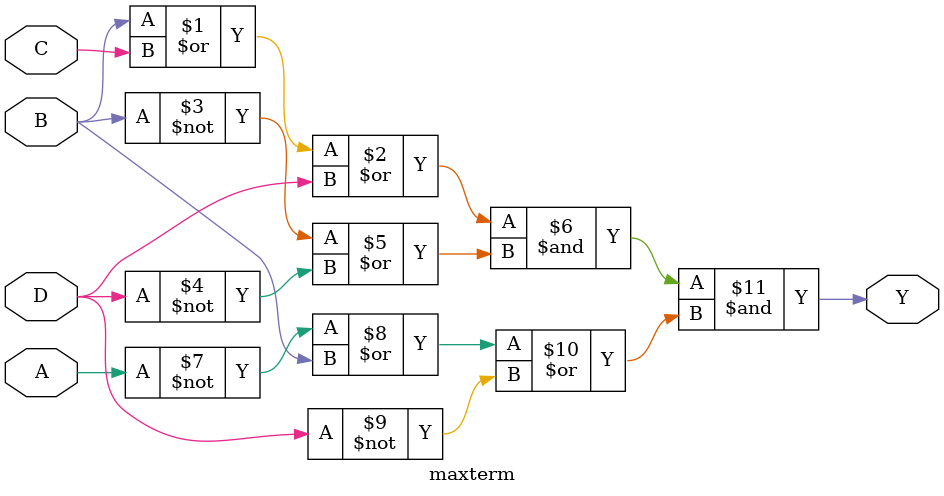
<source format=v>
module maxterm (
    input A, B, C, D,
    output Y
);

assign Y = (B | C | D)  &
           (~B | ~D)    &
           (~A | B | ~D);

endmodule

</source>
